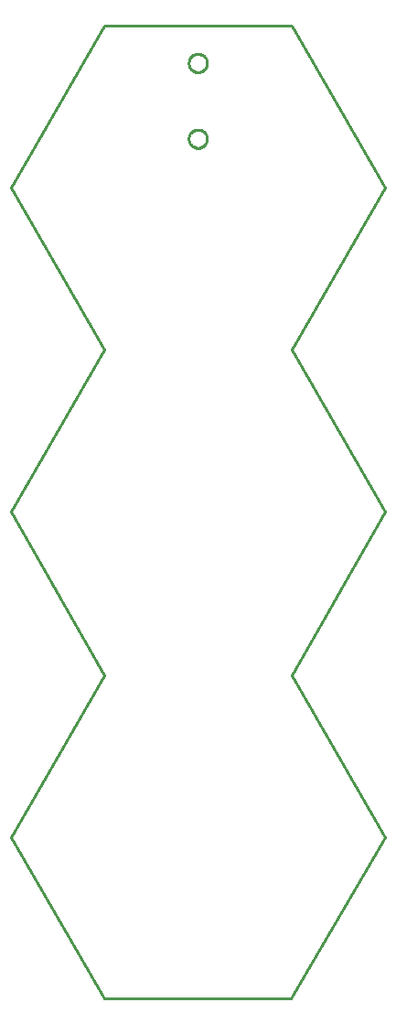
<source format=gbr>
G04 EAGLE Gerber RS-274X export*
G75*
%MOMM*%
%FSLAX34Y34*%
%LPD*%
%IN*%
%IPPOS*%
%AMOC8*
5,1,8,0,0,1.08239X$1,22.5*%
G01*
%ADD10C,0.254000*%


D10*
X-173200Y-300482D02*
X-86346Y-449466D01*
X86346Y-449466D01*
X173200Y-300482D01*
X86600Y-150482D01*
X173200Y482D01*
X86600Y150482D01*
X173200Y300482D01*
X86600Y450482D01*
X-86600Y450482D01*
X-173200Y300482D01*
X-86600Y150482D01*
X-173200Y482D01*
X-86600Y-150482D01*
X-173200Y-300482D01*
X-371Y407298D02*
X-1111Y407363D01*
X-1842Y407492D01*
X-2558Y407684D01*
X-3256Y407938D01*
X-3929Y408251D01*
X-4571Y408622D01*
X-5179Y409048D01*
X-5748Y409525D01*
X-6273Y410050D01*
X-6750Y410619D01*
X-7176Y411227D01*
X-7547Y411869D01*
X-7860Y412542D01*
X-8114Y413240D01*
X-8306Y413957D01*
X-8435Y414687D01*
X-8500Y415427D01*
X-8500Y416169D01*
X-8435Y416909D01*
X-8306Y417640D01*
X-8114Y418356D01*
X-7860Y419054D01*
X-7547Y419727D01*
X-7176Y420369D01*
X-6750Y420977D01*
X-6273Y421546D01*
X-5748Y422071D01*
X-5179Y422548D01*
X-4571Y422974D01*
X-3929Y423345D01*
X-3256Y423658D01*
X-2558Y423912D01*
X-1842Y424104D01*
X-1111Y424233D01*
X-371Y424298D01*
X371Y424298D01*
X1111Y424233D01*
X1842Y424104D01*
X2558Y423912D01*
X3256Y423658D01*
X3929Y423345D01*
X4571Y422974D01*
X5179Y422548D01*
X5748Y422071D01*
X6273Y421546D01*
X6750Y420977D01*
X7176Y420369D01*
X7547Y419727D01*
X7860Y419054D01*
X8114Y418356D01*
X8306Y417640D01*
X8435Y416909D01*
X8500Y416169D01*
X8500Y415427D01*
X8435Y414687D01*
X8306Y413957D01*
X8114Y413240D01*
X7860Y412542D01*
X7547Y411869D01*
X7176Y411227D01*
X6750Y410619D01*
X6273Y410050D01*
X5748Y409525D01*
X5179Y409048D01*
X4571Y408622D01*
X3929Y408251D01*
X3256Y407938D01*
X2558Y407684D01*
X1842Y407492D01*
X1111Y407363D01*
X371Y407298D01*
X-371Y407298D01*
X-371Y337298D02*
X-1111Y337363D01*
X-1842Y337492D01*
X-2558Y337684D01*
X-3256Y337938D01*
X-3929Y338251D01*
X-4571Y338622D01*
X-5179Y339048D01*
X-5748Y339525D01*
X-6273Y340050D01*
X-6750Y340619D01*
X-7176Y341227D01*
X-7547Y341869D01*
X-7860Y342542D01*
X-8114Y343240D01*
X-8306Y343957D01*
X-8435Y344687D01*
X-8500Y345427D01*
X-8500Y346169D01*
X-8435Y346909D01*
X-8306Y347640D01*
X-8114Y348356D01*
X-7860Y349054D01*
X-7547Y349727D01*
X-7176Y350369D01*
X-6750Y350977D01*
X-6273Y351546D01*
X-5748Y352071D01*
X-5179Y352548D01*
X-4571Y352974D01*
X-3929Y353345D01*
X-3256Y353658D01*
X-2558Y353912D01*
X-1842Y354104D01*
X-1111Y354233D01*
X-371Y354298D01*
X371Y354298D01*
X1111Y354233D01*
X1842Y354104D01*
X2558Y353912D01*
X3256Y353658D01*
X3929Y353345D01*
X4571Y352974D01*
X5179Y352548D01*
X5748Y352071D01*
X6273Y351546D01*
X6750Y350977D01*
X7176Y350369D01*
X7547Y349727D01*
X7860Y349054D01*
X8114Y348356D01*
X8306Y347640D01*
X8435Y346909D01*
X8500Y346169D01*
X8500Y345427D01*
X8435Y344687D01*
X8306Y343957D01*
X8114Y343240D01*
X7860Y342542D01*
X7547Y341869D01*
X7176Y341227D01*
X6750Y340619D01*
X6273Y340050D01*
X5748Y339525D01*
X5179Y339048D01*
X4571Y338622D01*
X3929Y338251D01*
X3256Y337938D01*
X2558Y337684D01*
X1842Y337492D01*
X1111Y337363D01*
X371Y337298D01*
X-371Y337298D01*
M02*

</source>
